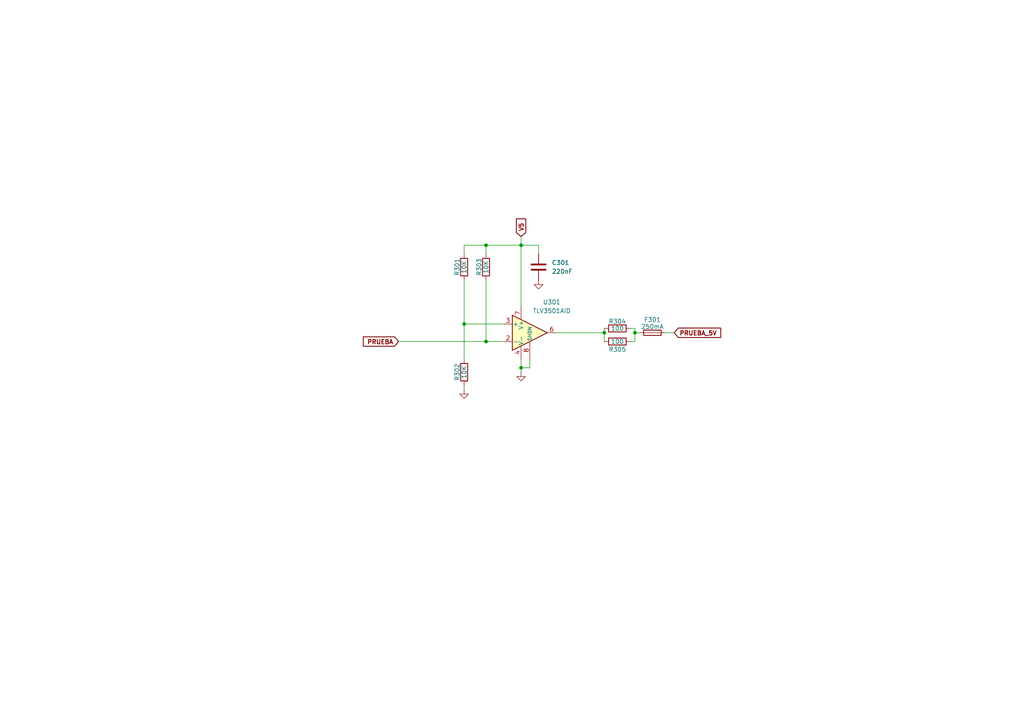
<source format=kicad_sch>
(kicad_sch (version 20231120) (generator "eeschema") (generator_version "8.0")
  (paper "A4")
  (title_block (title "Señal de prueba (ISPEL Beta 2024)") (date "2024-10-29") (rev "2 (GC)"))
  (lib_symbols
    (symbol "Comparator:TLV3501AID" (pin_names (offset 0.127))
      (property "Reference" "U" (at 3.81 -5.08 0))
      (property "Value" "TLV3501AID" (at 3.81 -7.62 0))
      (symbol "TLV3501AID_1_1"
        (polyline (pts (xy -5.08 5.08) (xy 5.08 0) (xy -5.08 -5.08) (xy -5.08 5.08)) (stroke (width 0.254)) (fill (type background)))
        (pin no_connect line (at -5.08 5.08 180) (length 0) hide (name "NC") (number "1"))
        (pin input line (at -7.62 -2.54 0) (length 2.54) (name "-") (number "2"))
        (pin input line (at -7.62 2.54 0) (length 2.54) (name "+") (number "3"))
        (pin power_in line (at -2.54 -7.62 90) (length 3.81) (name "V-") (number "4"))
        (pin no_connect line (at -5.08 -5.08 180) (length 0) hide (name "NC") (number "5"))
        (pin output line (at 7.62 0 180) (length 2.54) (name "~") (number "6"))
        (pin power_in line (at -2.54 7.62 270) (length 3.81) (name "V+") (number "7"))
        (pin input line (at 0 -7.62 90) (length 5.08) (name "SHDN") (number "8"))
      )
    )
    (symbol "Device:C" (pin_numbers hide) (pin_names (offset 0.254))
      (property "Reference" "C" (at 0.635 2.54 0))
      (property "Value" "C" (at 0.635 -2.54 0))
      (symbol "C_0_1"
        (polyline (pts (xy -2.032 -0.762) (xy 2.032 -0.762)) (stroke (width 0.508)))
        (polyline (pts (xy -2.032 0.762) (xy 2.032 0.762)) (stroke (width 0.508)))
      )
      (symbol "C_1_1"
        (pin passive line (at 0 3.81 270) (length 2.794) (name "~") (number "1"))
        (pin passive line (at 0 -3.81 90) (length 2.794) (name "~") (number "2"))
      )
    )
    (symbol "Device:Fuse" (pin_numbers hide) (pin_names (offset 0))
      (property "Reference" "F" (at 2.032 0 90))
      (property "Value" "Fuse" (at -1.905 0 90))
      (symbol "Fuse_0_1"
        (rectangle (start -0.762 -2.54) (end 0.762 2.54) (stroke (width 0.254)))
        (polyline (pts (xy 0 2.54) (xy 0 -2.54)))
      )
      (symbol "Fuse_1_1"
        (pin passive line (at 0 3.81 270) (length 1.27) (name "~") (number "1"))
        (pin passive line (at 0 -3.81 90) (length 1.27) (name "~") (number "2"))
      )
    )
    (symbol "Device:R" (pin_numbers hide) (pin_names (offset 0))
      (property "Reference" "R" (at 2.032 0 90))
      (property "Value" "R" (at 0 0 90))
      (symbol "R_0_1"
        (rectangle (start -1.016 -2.54) (end 1.016 2.54) (stroke (width 0.254)))
      )
      (symbol "R_1_1"
        (pin passive line (at 0 3.81 270) (length 1.27) (name "~") (number "1"))
        (pin passive line (at 0 -3.81 90) (length 1.27) (name "~") (number "2"))
      )
    )
    (symbol "power:GND" (power) (pin_numbers hide) (pin_names (offset 0) hide)
      (property "Value" "GND" (at 0 -3.81 0))
      (symbol "GND_0_1"
        (polyline (pts (xy 0 0) (xy 0 -1.27) (xy 1.27 -1.27) (xy 0 -2.54) (xy -1.27 -1.27) (xy 0 -1.27)))
      )
      (symbol "GND_1_1"
        (pin power_in line (at 0 0 270) (length 0) (name "~") (number "1"))
      )
    )
  )
  (junction (at 151.13 106.68))
  (junction (at 151.13 71.12))
  (junction (at 140.97 71.12))
  (junction (at 134.62 93.98))
  (junction (at 175.26 96.52))
  (junction (at 140.97 99.06))
  (junction (at 184.15 96.52))
  (wire (pts (xy 151.13 106.68) (xy 153.67 106.68)))
  (wire (pts (xy 140.97 71.12) (xy 140.97 73.66)))
  (wire (pts (xy 140.97 99.06) (xy 146.05 99.06)))
  (wire (pts (xy 182.88 99.06) (xy 184.15 99.06)))
  (wire (pts (xy 153.67 104.14) (xy 153.67 106.68)))
  (wire (pts (xy 184.15 99.06) (xy 184.15 96.52)))
  (wire (pts (xy 175.26 95.25) (xy 175.26 96.52)))
  (wire (pts (xy 161.29 96.52) (xy 175.26 96.52)))
  (wire (pts (xy 175.26 96.52) (xy 175.26 99.06)))
  (wire (pts (xy 134.62 113.03) (xy 134.62 111.76)))
  (wire (pts (xy 151.13 68.58) (xy 151.13 71.12)))
  (wire (pts (xy 151.13 71.12) (xy 151.13 88.9)))
  (wire (pts (xy 151.13 106.68) (xy 151.13 104.14)))
  (wire (pts (xy 184.15 95.25) (xy 184.15 96.52)))
  (wire (pts (xy 134.62 71.12) (xy 140.97 71.12)))
  (wire (pts (xy 184.15 96.52) (xy 185.42 96.52)))
  (wire (pts (xy 151.13 71.12) (xy 156.21 71.12)))
  (wire (pts (xy 140.97 71.12) (xy 151.13 71.12)))
  (wire (pts (xy 134.62 93.98) (xy 146.05 93.98)))
  (wire (pts (xy 156.21 71.12) (xy 156.21 73.66)))
  (wire (pts (xy 134.62 81.28) (xy 134.62 93.98)))
  (wire (pts (xy 151.13 107.95) (xy 151.13 106.68)))
  (wire (pts (xy 140.97 81.28) (xy 140.97 99.06)))
  (wire (pts (xy 193.04 96.52) (xy 195.58 96.52)))
  (wire (pts (xy 134.62 73.66) (xy 134.62 71.12)))
  (wire (pts (xy 134.62 93.98) (xy 134.62 104.14)))
  (wire (pts (xy 182.88 95.25) (xy 184.15 95.25)))
  (wire (pts (xy 140.97 99.06) (xy 115.57 99.06)))
  (global_label "V5" (shape input) (at 151.13 68.58 90) (effects (font (bold yes))) (property "Intersheetrefs" "${INTERSHEET_REFS}" (effects (hide yes))))
  (global_label "PRUEBA" (shape input) (at 115.57 99.06 180) (effects (font (bold yes))) (property "Intersheetrefs" "${INTERSHEET_REFS}" (effects (hide yes))))
  (global_label "PRUEBA_5V" (shape input) (at 195.58 96.52 0) (effects (font (bold yes))) (property "Intersheetrefs" "${INTERSHEET_REFS}" (effects (hide yes))))
  (symbol (lib_id "Device:R") (at 179.07 95.25 90) (unit 1)
    (property "Reference" "R304" (at 179.07 93.218 90))
    (property "Value" "100" (at 179.07 95.25 90))
    (property "Footprint" "Resistor_SMD:R_1206_3216Metric_Pad1.30x1.75mm_HandSolder" (effects (hide yes)))
    (property "Description" "Resistor" (effects (hide yes)))
  )
  (symbol (lib_id "Device:R") (at 134.62 77.47 180) (unit 1)
    (property "Reference" "R301" (at 132.588 77.47 90))
    (property "Value" "10K" (at 134.62 77.47 90))
    (property "Footprint" "Resistor_SMD:R_1206_3216Metric_Pad1.30x1.75mm_HandSolder" (effects (hide yes)))
    (property "Description" "Resistor" (effects (hide yes)))
  )
  (symbol (lib_id "Device:R") (at 179.07 99.06 90) (unit 1)
    (property "Reference" "R305" (at 179.07 101.346 90))
    (property "Value" "100" (at 179.07 99.06 90))
    (property "Footprint" "Resistor_SMD:R_1206_3216Metric_Pad1.30x1.75mm_HandSolder" (effects (hide yes)))
    (property "Description" "Resistor" (effects (hide yes)))
  )
  (symbol (lib_id "Device:C") (at 156.21 77.47 180) (unit 1)
    (property "Reference" "C301" (at 160.02 76.1999 0) (effects (justify right)))
    (property "Value" "220nF" (at 160.02 78.7399 0) (effects (justify right)))
    (property "Footprint" "Capacitor_SMD:C_1206_3216Metric_Pad1.33x1.80mm_HandSolder" (effects (hide yes)))
    (property "Description" "Unpolarized capacitor" (effects (hide yes)))
  )
  (symbol (lib_id "power:GND") (at 151.13 107.95 0) (unit 1)
    (property "Reference" "#PWR0302" (effects (hide yes)))
    (property "Value" "GND" (effects (hide yes)))
    (property "Description" "Power symbol creates a global label with name \"GND\" , ground" (effects (hide yes)))
  )
  (symbol (lib_id "Device:R") (at 134.62 107.95 180) (unit 1)
    (property "Reference" "R302" (at 132.588 107.95 90))
    (property "Value" "10K" (at 134.62 107.95 90))
    (property "Footprint" "Resistor_SMD:R_1206_3216Metric_Pad1.30x1.75mm_HandSolder" (effects (hide yes)))
    (property "Description" "Resistor" (effects (hide yes)))
  )
  (symbol (lib_id "Comparator:TLV3501AID") (at 153.67 96.52 0) (unit 1)
    (property "Reference" "U301" (at 160.02 87.63 0))
    (property "Value" "TLV3501AID" (at 160.02 90.17 0))
    (property "Footprint" "Package_SO:SOIC-8_3.9x4.9mm_P1.27mm" (effects (hide yes)))
    (property "Datasheet" "https://www.ti.com/lit/ds/symlink/tlv3501.pdf" (effects (hide yes)))
    (property "Description" "High-Speed Comparator, 4.5-ns, Rail-to-Rail, Push-Pull CMOS Output, SOIC-8" (effects (hide yes)))
  )
  (symbol (lib_id "Device:R") (at 140.97 77.47 180) (unit 1)
    (property "Reference" "R303" (at 138.938 77.47 90))
    (property "Value" "10K" (at 140.97 77.47 90))
    (property "Footprint" "Resistor_SMD:R_1206_3216Metric_Pad1.30x1.75mm_HandSolder" (effects (hide yes)))
    (property "Description" "Resistor" (effects (hide yes)))
  )
  (symbol (lib_id "power:GND") (at 134.62 113.03 0) (unit 1)
    (property "Reference" "#PWR0301" (effects (hide yes)))
    (property "Value" "GND" (effects (hide yes)))
    (property "Description" "Power symbol creates a global label with name \"GND\" , ground" (effects (hide yes)))
  )
  (symbol (lib_id "power:GND") (at 156.21 81.28 0) (unit 1)
    (property "Reference" "#PWR0303" (effects (hide yes)))
    (property "Value" "GND" (effects (hide yes)))
    (property "Description" "Power symbol creates a global label with name \"GND\" , ground" (effects (hide yes)))
  )
  (symbol (lib_id "Device:Fuse") (at 189.23 96.52 90) (unit 1)
    (property "Reference" "F301" (at 189.23 92.71 90))
    (property "Value" "250mA" (at 189.23 94.742 90))
    (property "Footprint" "Libreria_ISPEL:Fuseholder_1808_handsoldering" (effects (hide yes)))
    (property "Description" "Fuse" (effects (hide yes)))
  )
)
</source>
